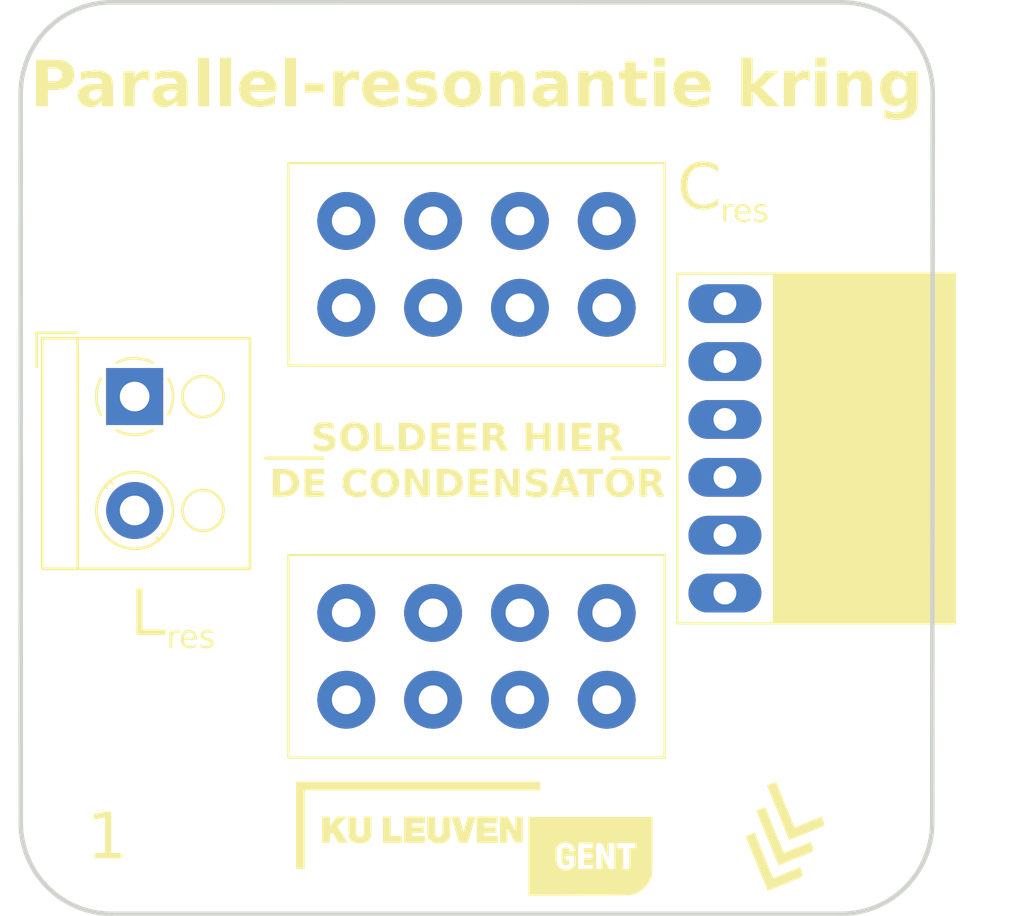
<source format=kicad_pcb>
(kicad_pcb (version 20221018) (generator pcbnew)
  (layers (0 "F.Cu" signal) (31 "B.Cu" signal) (34 "B.Paste" user) (35 "F.Paste" user) (36 "B.SilkS" user "B.Silkscreen") (37 "F.SilkS" user "F.Silkscreen") (38 "B.Mask" user) (39 "F.Mask" user) (44 "Edge.Cuts" user))
  (net 0 "")
  (net 1 "AC_1")
  (net 2 "AC_2")
  (footprint "TerminalBlock_RND:TerminalBlock_RND_205-00001_1x02_P5.00mm_Horizontal" (layer "F.Cu") (at 105 57.3 -90)
    (fp_text reference "J2")
    (fp_text value "Screw_Terminal_01x02")
    (fp_line (start -2.8 2.56) (end -2.8 4.3) (stroke (width 0.12)) (layer "F.SilkS"))
    (fp_line (start -2.8 4.3) (end -1.3 4.3) (stroke (width 0.12)) (layer "F.SilkS"))
    (fp_line (start -2.56 -5.06) (end -2.56 4.06) (stroke (width 0.12)) (layer "F.SilkS"))
    (fp_line (start -2.56 -5.06) (end 7.56 -5.06) (stroke (width 0.12)) (layer "F.SilkS"))
    (fp_line (start -2.56 2.5) (end 7.56 2.5) (stroke (width 0.12)) (layer "F.SilkS"))
    (fp_line (start -2.56 4.06) (end 7.56 4.06) (stroke (width 0.12)) (layer "F.SilkS"))
    (fp_line (start 3.82 0.976) (end 3.726 1.069) (stroke (width 0.12)) (layer "F.SilkS"))
    (fp_line (start 3.99 1.216) (end 3.931 1.274) (stroke (width 0.12)) (layer "F.SilkS"))
    (fp_line (start 6.07 -1.275) (end 6.011 -1.216) (stroke (width 0.12)) (layer "F.SilkS"))
    (fp_line (start 6.275 -1.069) (end 6.181 -0.976) (stroke (width 0.12)) (layer "F.SilkS"))
    (fp_line (start 7.56 -5.06) (end 7.56 4.06) (stroke (width 0.12)) (layer "F.SilkS"))
    (fp_arc (start -1.483953 0.789089) (mid -1.680708 0.00005) (end -1.484 -0.789) (stroke (width 0.12)) (layer "F.SilkS"))
    (fp_arc (start -0.789089 -1.483953) (mid -0.00005 -1.680708) (end 0.789 -1.484) (stroke (width 0.12)) (layer "F.SilkS"))
    (fp_arc (start 0.029383 1.68045) (mid -0.392304 1.634281) (end -0.789 1.484) (stroke (width 0.12)) (layer "F.SilkS"))
    (fp_arc (start 0.788712 1.483352) (mid 0.406429 1.630097) (end 0 1.68) (stroke (width 0.12)) (layer "F.SilkS"))
    (fp_arc (start 1.483953 -0.789089) (mid 1.680708 -0.00005) (end 1.484 0.789) (stroke (width 0.12)) (layer "F.SilkS"))
    (fp_circle (center 0 -3) (end 0.9 -3) (stroke (width 0.12)) (fill none) (layer "F.SilkS"))
    (fp_circle (center 5 -3) (end 5.9 -3) (stroke (width 0.12)) (fill none) (layer "F.SilkS"))
    (fp_circle (center 5 0) (end 6.68 0) (stroke (width 0.12)) (fill none) (layer "F.SilkS"))
    (pad "1" thru_hole rect (at 0 0 270) (size 2.5 2.5) (drill 1.3) (layers "*.Cu" "*.Mask") (net 1 "AC_1"))
    (pad "2" thru_hole circle (at 5 0 270) (size 2.5 2.5) (drill 1.3) (layers "*.Cu" "*.Mask") (net 2 "AC_2"))
  )
  (footprint "Library:Connector_Female_LLL" (layer "F.Cu") (at 131.15 59.53048 180)
    (fp_text reference "J1")
    (fp_text value "Conn_01x06_Socket")
    (fp_rect (start -9.6114 -7.72306) (end 2.3368 7.62146) (stroke (width 0.1)) (fill none) (layer "F.SilkS"))
    (fp_poly (pts (xy -9.84 -7.7216) (xy -9.84 7.62292) (xy -1.905 7.62292) (xy -1.905 -7.7216)) (stroke (width 0.1)) (fill solid) (layer "F.SilkS"))
    (pad "1" thru_hole oval (at 0.25 -6.39452 180) (size 3.2 1.7) (drill 1) (layers "*.Cu" "*.Mask") (net 2 "AC_2"))
    (pad "2" thru_hole oval (at 0.25 -3.85452 180) (size 3.2 1.7) (drill 1) (layers "*.Cu" "*.Mask") (net 2 "AC_2"))
    (pad "3" thru_hole oval (at 0.25 -1.31452 180) (size 3.2 1.7) (drill 1) (layers "*.Cu" "*.Mask") (net 2 "AC_2"))
    (pad "4" thru_hole oval (at 0.25 1.22548 180) (size 3.2 1.7) (drill 1) (layers "*.Cu" "*.Mask") (net 1 "AC_1"))
    (pad "5" thru_hole oval (at 0.25 3.76548 180) (size 3.2 1.7) (drill 1) (layers "*.Cu" "*.Mask") (net 1 "AC_1"))
    (pad "6" thru_hole oval (at 0.25 6.30548 180) (size 3.2 1.7) (drill 1) (layers "*.Cu" "*.Mask") (net 1 "AC_1"))
  )
  (footprint "Library:conn_2x04_LLL" (layer "F.Cu") (at 120 51.5)
    (fp_text reference "J3")
    (fp_text value "Conn_02x04_Counter_Clockwise")
    (fp_line (start -8.255 -4.445) (end -8.255 4.445) (stroke (width 0.1)) (layer "F.SilkS"))
    (fp_line (start -8.255 4.445) (end 8.255 4.445) (stroke (width 0.1)) (layer "F.SilkS"))
    (fp_line (start 8.255 -4.445) (end -8.255 -4.445) (stroke (width 0.1)) (layer "F.SilkS"))
    (fp_line (start 8.255 4.445) (end 8.255 -4.445) (stroke (width 0.1)) (layer "F.SilkS"))
    (pad "1" thru_hole circle (at -5.715 -1.905) (size 2.54 2.54) (drill 1.26) (layers "*.Cu" "*.Mask") (net 1 "AC_1"))
    (pad "2" thru_hole circle (at -1.905 -1.905) (size 2.54 2.54) (drill 1.26) (layers "*.Cu" "*.Mask") (net 1 "AC_1"))
    (pad "3" thru_hole circle (at 1.905 -1.905) (size 2.54 2.54) (drill 1.26) (layers "*.Cu" "*.Mask") (net 1 "AC_1"))
    (pad "4" thru_hole circle (at 5.715 -1.905) (size 2.54 2.54) (drill 1.26) (layers "*.Cu" "*.Mask") (net 1 "AC_1"))
    (pad "5" thru_hole circle (at -5.715 1.905) (size 2.54 2.54) (drill 1.26) (layers "*.Cu" "*.Mask") (net 1 "AC_1"))
    (pad "6" thru_hole circle (at -1.905 1.905) (size 2.54 2.54) (drill 1.26) (layers "*.Cu" "*.Mask") (net 1 "AC_1"))
    (pad "7" thru_hole circle (at 1.905 1.905) (size 2.54 2.54) (drill 1.26) (layers "*.Cu" "*.Mask") (net 1 "AC_1"))
    (pad "8" thru_hole circle (at 5.715 1.905) (size 2.54 2.54) (drill 1.26) (layers "*.Cu" "*.Mask") (net 1 "AC_1"))
  )
  (footprint "Library:conn_2x04_LLL" (layer "F.Cu") (at 120 68.7)
    (fp_text reference "J4")
    (fp_text value "Conn_02x04_Counter_Clockwise")
    (fp_line (start -8.255 -4.445) (end -8.255 4.445) (stroke (width 0.1)) (layer "F.SilkS"))
    (fp_line (start -8.255 4.445) (end 8.255 4.445) (stroke (width 0.1)) (layer "F.SilkS"))
    (fp_line (start 8.255 -4.445) (end -8.255 -4.445) (stroke (width 0.1)) (layer "F.SilkS"))
    (fp_line (start 8.255 4.445) (end 8.255 -4.445) (stroke (width 0.1)) (layer "F.SilkS"))
    (pad "1" thru_hole circle (at -5.715 -1.905) (size 2.54 2.54) (drill 1.26) (layers "*.Cu" "*.Mask") (net 2 "AC_2"))
    (pad "2" thru_hole circle (at -1.905 -1.905) (size 2.54 2.54) (drill 1.26) (layers "*.Cu" "*.Mask") (net 2 "AC_2"))
    (pad "3" thru_hole circle (at 1.905 -1.905) (size 2.54 2.54) (drill 1.26) (layers "*.Cu" "*.Mask") (net 2 "AC_2"))
    (pad "4" thru_hole circle (at 5.715 -1.905) (size 2.54 2.54) (drill 1.26) (layers "*.Cu" "*.Mask") (net 2 "AC_2"))
    (pad "5" thru_hole circle (at -5.715 1.905) (size 2.54 2.54) (drill 1.26) (layers "*.Cu" "*.Mask") (net 2 "AC_2"))
    (pad "6" thru_hole circle (at -1.905 1.905) (size 2.54 2.54) (drill 1.26) (layers "*.Cu" "*.Mask") (net 2 "AC_2"))
    (pad "7" thru_hole circle (at 1.905 1.905) (size 2.54 2.54) (drill 1.26) (layers "*.Cu" "*.Mask") (net 2 "AC_2"))
    (pad "8" thru_hole circle (at 5.715 1.905) (size 2.54 2.54) (drill 1.26) (layers "*.Cu" "*.Mask") (net 2 "AC_2"))
  )
  (footprint "Library:LLL_logo_kicad_small" (layer "F.Cu") (at 133.5 76.7)
    (fp_text reference "G***")
    (fp_text value "LOGO" hide)
    (fp_poly (pts (xy -0.359571 -2.497697) (xy -0.357537 -2.492742) (xy -0.354217 -2.48462) (xy -0.34965 -2.473424) (xy -0.343871 -2.459244) (xy -0.336919 -2.442173) (xy -0.32883 -2.422302) (xy -0.319641 -2.399723) (xy -0.309391 -2.374528) (xy -0.298116 -2.346808) (xy -0.285854 -2.316654) (xy -0.272642 -2.28416) (xy -0.258516 -2.249415) (xy -0.243515 -2.212512) (xy -0.227676 -2.173543) (xy -0.211035 -2.132599) (xy -0.193631 -2.089772) (xy -0.175499 -2.045154) (xy -0.156679 -1.998835) (xy -0.137206 -1.950909) (xy -0.117119 -1.901466) (xy -0.096454 -1.850599) (xy -0.075249 -1.798398) (xy -0.05354 -1.744956) (xy -0.031366 -1.690364) (xy -0.008764 -1.634714) (xy 0.01423 -1.578098) (xy 0.037578 -1.520607) (xy 0.048049 -1.494823) (xy 0.071541 -1.436975) (xy 0.094695 -1.379962) (xy 0.117473 -1.323875) (xy 0.139839 -1.268806) (xy 0.161755 -1.214847) (xy 0.183184 -1.162089) (xy 0.204088 -1.110624) (xy 0.224431 -1.060544) (xy 0.244175 -1.01194) (xy 0.263282 -0.964904) (xy 0.281717 -0.919527) (xy 0.299441 -0.875902) (xy 0.316417 -0.834119) (xy 0.332608 -0.794271) (xy 0.347977 -0.756448) (xy 0.362486 -0.720744) (xy 0.376098 -0.687249) (xy 0.388777 -0.656054) (xy 0.400484 -0.627253) (xy 0.411183 -0.600935) (xy 0.420836 -0.577194) (xy 0.429407 -0.55612) (xy 0.436857 -0.537805) (xy 0.443149 -0.522341) (xy 0.448247 -0.50982) (xy 0.452114 -0.500333) (xy 0.454711 -0.493971) (xy 0.456001 -0.490827) (xy 0.456146 -0.490486) (xy 0.457829 -0.491134) (xy 0.462737 -0.493107) (xy 0.470752 -0.496356) (xy 0.481753 -0.500832) (xy 0.495622 -0.506487) (xy 0.51224 -0.513271) (xy 0.531488 -0.521137) (xy 0.553246 -0.530035) (xy 0.577396 -0.539916) (xy 0.603818 -0.550732) (xy 0.632394 -0.562434) (xy 0.663004 -0.574973) (xy 0.695528 -0.5883) (xy 0.729849 -0.602367) (xy 0.765847 -0.617125) (xy 0.803403 -0.632524) (xy 0.842397 -0.648517) (xy 0.882711 -0.665055) (xy 0.924226 -0.682088) (xy 0.966822 -0.699568) (xy 1.010381 -0.717446) (xy 1.048468 -0.733081) (xy 1.092762 -0.75126) (xy 1.136199 -0.769078) (xy 1.178661 -0.786487) (xy 1.220028 -0.803437) (xy 1.260181 -0.81988) (xy 1.299001 -0.835767) (xy 1.336367 -0.85105) (xy 1.372162 -0.86568) (xy 1.406266 -0.879609) (xy 1.438559 -0.892788) (xy 1.468923 -0.905168) (xy 1.497237 -0.9167) (xy 1.523384 -0.927337) (xy 1.547243 -0.93703) (xy 1.568695 -0.945729) (xy 1.587621 -0.953387) (xy 1.603903 -0.959954) (xy 1.617419 -0.965383) (xy 1.628052 -0.969624) (xy 1.635682 -0.972629) (xy 1.64019 -0.97435) (xy 1.641479 -0.974765) (xy 1.642394 -0.97283) (xy 1.644534 -0.967862) (xy 1.647767 -0.960178) (xy 1.651965 -0.950097) (xy 1.656997 -0.937938) (xy 1.662732 -0.92402) (xy 1.669042 -0.908659) (xy 1.675794 -0.892176) (xy 1.68286 -0.874889) (xy 1.690109 -0.857115) (xy 1.697411 -0.839173) (xy 1.704636 -0.821382) (xy 1.711654 -0.804061) (xy 1.718334 -0.787527) (xy 1.724547 -0.772099) (xy 1.730162 -0.758096) (xy 1.735049 -0.745835) (xy 1.73521 -0.74543) (xy 1.74214 -0.727781) (xy 1.747748 -0.712956) (xy 1.752157 -0.700465) (xy 1.755489 -0.689818) (xy 1.757865 -0.680525) (xy 1.759407 -0.672096) (xy 1.760238 -0.66404) (xy 1.76048 -0.655866) (xy 1.760253 -0.647085) (xy 1.760158 -0.645122) (xy 1.757261 -0.623094) (xy 1.751028 -0.602044) (xy 1.741687 -0.582312) (xy 1.72946 -0.564243) (xy 1.714573 -0.548179) (xy 1.69725 -0.534463) (xy 1.681582 -0.525306) (xy 1.678716 -0.52403) (xy 1.672565 -0.521427) (xy 1.663198 -0.517524) (xy 1.65068 -0.512348) (xy 1.635079 -0.505927) (xy 1.616462 -0.498288) (xy 1.594898 -0.489459) (xy 1.570452 -0.479467) (xy 1.543192 -0.46834) (xy 1.513186 -0.456105) (xy 1.480501 -0.44279) (xy 1.445204 -0.428421) (xy 1.407362 -0.413027) (xy 1.367043 -0.396634) (xy 1.324314 -0.379271) (xy 1.279242 -0.360964) (xy 1.231894 -0.341741) (xy 1.182338 -0.32163) (xy 1.130642 -0.300658) (xy 1.123486 -0.297755) (xy 1.116449 -0.2949) (xy 1.106293 -0.290776) (xy 1.093248 -0.285478) (xy 1.077544 -0.279098) (xy 1.059411 -0.271731) (xy 1.039079 -0.263469) (xy 1.016777 -0.254407) (xy 0.992737 -0.244637) (xy 0.967187 -0.234254) (xy 0.940358 -0.22335) (xy 0.91248 -0.21202) (xy 0.883783 -0.200356) (xy 0.854496 -0.188453) (xy 0.824851 -0.176403) (xy 0.795076 -0.1643) (xy 0.765403 -0.152238) (xy 0.73606 -0.14031) (xy 0.707278 -0.12861) (xy 0.679287 -0.11723) (xy 0.652317 -0.106266) (xy 0.626598 -0.095809) (xy 0.60236 -0.085954) (xy 0.579833 -0.076794) (xy 0.559247 -0.068423) (xy 0.540831 -0.060934) (xy 0.532368 -0.057491) (xy 0.510854 -0.048743) (xy 0.488491 -0.039655) (xy 0.465543 -0.030334) (xy 0.44227 -0.020886) (xy 0.418936 -0.011416) (xy 0.395802 -0.002032) (xy 0.373131 0.007161) (xy 0.351184 0.016056) (xy 0.330226 0.024547) (xy 0.310516 0.032528) (xy 0.292319 0.039893) (xy 0.275895 0.046534) (xy 0.261508 0.052347) (xy 0.249419 0.057225) (xy 0.239891 0.061061) (xy 0.233186 0.063749) (xy 0.229567 0.065184) (xy 0.229552 0.065189) (xy 0.221392 0.068354) (xy 0.196636 0.007514) (xy 0.184328 -0.022737) (xy 0.173246 -0.049976) (xy 0.163253 -0.07454) (xy 0.154213 -0.096768) (xy 0.145989 -0.116995) (xy 0.138443 -0.135559) (xy 0.131439 -0.152797) (xy 0.124839 -0.169046) (xy 0.118507 -0.184643) (xy 0.112306 -0.199926) (xy 0.106099 -0.21523) (xy 0.099749 -0.230894) (xy 0.093119 -0.247254) (xy 0.090393 -0.253982) (xy 0.087414 -0.26133) (xy 0.083084 -0.272004) (xy 0.077413 -0.285983) (xy 0.070409 -0.303242) (xy 0.062082 -0.323759) (xy 0.052442 -0.347511) (xy 0.041497 -0.374475) (xy 0.029257 -0.404628) (xy 0.015731 -0.437946) (xy 0.00093 -0.474408) (xy -0.015139 -0.513989) (xy -0.032466 -0.556667) (xy -0.051041 -0.602419) (xy -0.070855 -0.651222) (xy -0.091899 -0.703053) (xy -0.114163 -0.757889) (xy -0.137638 -0.815707) (xy -0.162315 -0.876484) (xy -0.188185 -0.940198) (xy -0.215237 -1.006824) (xy -0.243463 -1.07634) (xy -0.272853 -1.148724) (xy -0.303399 -1.223951) (xy -0.33509 -1.302) (xy -0.367918 -1.382847) (xy -0.401873 -1.466469) (xy -0.436945 -1.552843) (xy -0.473126 -1.641946) (xy -0.510406 -1.733756) (xy -0.548776 -1.828249) (xy -0.588226 -1.925402) (xy -0.628747 -2.025193) (xy -0.67033 -2.127597) (xy -0.712965 -2.232594) (xy -0.722347 -2.255698) (xy -0.728937 -2.271954) (xy -0.735092 -2.287187) (xy -0.740681 -2.301071) (xy -0.745573 -2.313277) (xy -0.749638 -2.32348) (xy -0.752745 -2.331353) (xy -0.754764 -2.336569) (xy -0.755564 -2.338801) (xy -0.755572 -2.338852) (xy -0.753932 -2.339667) (xy -0.74919 -2.341731) (xy -0.741599 -2.34494) (xy -0.731411 -2.349191) (xy -0.718879 -2.354384) (xy -0.704255 -2.360414) (xy -0.687791 -2.36718) (xy -0.669739 -2.374579) (xy -0.650351 -2.382509) (xy -0.62988 -2.390867) (xy -0.608578 -2.399551) (xy -0.586698 -2.408458) (xy -0.564491 -2.417486) (xy -0.542209 -2.426533) (xy -0.520106 -2.435496) (xy -0.498433 -2.444272) (xy -0.477442 -2.452759) (xy -0.457386 -2.460856) (xy -0.438517 -2.468458) (xy -0.421087 -2.475464) (xy -0.405349 -2.481772) (xy -0.391554 -2.487278) (xy -0.379955 -2.491881) (xy -0.370804 -2.495478) (xy -0.364354 -2.497967) (xy -0.360856 -2.499245) (xy -0.360282 -2.499393)) (fill solid) (layer "F.SilkS"))
    (fp_poly (pts (xy -1.298956 -0.271694) (xy -1.296893 -0.266697) (xy -1.293545 -0.258532) (xy -1.28895 -0.247293) (xy -1.283144 -0.233071) (xy -1.276166 -0.215958) (xy -1.268052 -0.196046) (xy -1.25884 -0.173426) (xy -1.248567 -0.148191) (xy -1.23727 -0.120432) (xy -1.224987 -0.09024) (xy -1.211756 -0.057708) (xy -1.197612 -0.022928) (xy -1.182595 0.014009) (xy -1.16674 0.05301) (xy -1.150086 0.093985) (xy -1.132669 0.136841) (xy -1.114528 0.181487) (xy -1.095698 0.22783) (xy -1.076219 0.27578) (xy -1.056126 0.325243) (xy -1.035457 0.376129) (xy -1.014251 0.428345) (xy -0.992543 0.481799) (xy -0.970371 0.536401) (xy -0.947773 0.592058) (xy -0.924785 0.648678) (xy -0.901446 0.70617) (xy -0.891279 0.731215) (xy -0.867805 0.789045) (xy -0.844668 0.84604) (xy -0.821908 0.902108) (xy -0.79956 0.957158) (xy -0.777663 1.011097) (xy -0.756253 1.063835) (xy -0.735367 1.11528) (xy -0.715044 1.16534) (xy -0.69532 1.213923) (xy -0.676231 1.260937) (xy -0.657817 1.306292) (xy -0.640113 1.349894) (xy -0.623157 1.391654) (xy -0.606987 1.431478) (xy -0.591638 1.469276) (xy -0.57715 1.504955) (xy -0.563558 1.538424) (xy -0.5509 1.569592) (xy -0.539214 1.598366) (xy -0.528536 1.624655) (xy -0.518904 1.648367) (xy -0.510355 1.669411) (xy -0.502926 1.687695) (xy -0.496655 1.703127) (xy -0.491578 1.715616) (xy -0.487733 1.72507) (xy -0.485157 1.731397) (xy -0.483888 1.734505) (xy -0.483753 1.73483) (xy -0.48208 1.734177) (xy -0.477182 1.732199) (xy -0.469178 1.728946) (xy -0.458186 1.724465) (xy -0.444327 1.718806) (xy -0.427718 1.712017) (xy -0.408479 1.704148) (xy -0.38673 1.695246) (xy -0.362589 1.685362) (xy -0.336175 1.674543) (xy -0.307607 1.662838) (xy -0.277004 1.650296) (xy -0.244486 1.636966) (xy -0.210172 1.622898) (xy -0.17418 1.608138) (xy -0.136629 1.592737) (xy -0.09764 1.576743) (xy -0.05733 1.560205) (xy -0.015818 1.543171) (xy 0.026775 1.525691) (xy 0.070332 1.507813) (xy 0.108436 1.492171) (xy 0.152731 1.473992) (xy 0.196171 1.456174) (xy 0.238635 1.438765) (xy 0.280005 1.421816) (xy 0.320162 1.405373) (xy 0.358985 1.389486) (xy 0.396357 1.374203) (xy 0.432156 1.359574) (xy 0.466265 1.345646) (xy 0.498564 1.332468) (xy 0.528934 1.320088) (xy 0.557255 1.308556) (xy 0.583408 1.29792) (xy 0.607273 1.288228) (xy 0.628733 1.27953) (xy 0.647666 1.271873) (xy 0.663955 1.265307) (xy 0.677479 1.259879) (xy 0.68812 1.255639) (xy 0.695757 1.252635) (xy 0.700273 1.250916) (xy 0.701568 1.250502) (xy 0.702548 1.252471) (xy 0.704732 1.257409) (xy 0.707963 1.264937) (xy 0.712085 1.274675) (xy 0.716942 1.286244) (xy 0.722375 1.299263) (xy 0.72823 1.313352) (xy 0.734348 1.328133) (xy 0.740574 1.343225) (xy 0.746751 1.358248) (xy 0.752722 1.372823) (xy 0.758331 1.386569) (xy 0.763421 1.399108) (xy 0.767835 1.410058) (xy 0.771416 1.419041) (xy 0.774008 1.425676) (xy 0.775455 1.429584) (xy 0.775557 1.429891) (xy 0.777109 1.434267) (xy 0.779812 1.441415) (xy 0.783443 1.450768) (xy 0.787779 1.461753) (xy 0.792597 1.473801) (xy 0.796969 1.484612) (xy 0.803759 1.501539) (xy 0.809181 1.515711) (xy 0.813369 1.527661) (xy 0.816454 1.537926) (xy 0.818567 1.54704) (xy 0.819838 1.555538) (xy 0.820401 1.563955) (xy 0.820385 1.572826) (xy 0.820136 1.578933) (xy 0.818893 1.593973) (xy 0.816648 1.606841) (xy 0.813052 1.618922) (xy 0.807758 1.631599) (xy 0.805949 1.635394) (xy 0.79534 1.653287) (xy 0.781829 1.669803) (xy 0.766058 1.684283) (xy 0.748667 1.696068) (xy 0.744982 1.69808) (xy 0.741971 1.699462) (xy 0.735799 1.702121) (xy 0.726658 1.705981) (xy 0.714739 1.710962) (xy 0.700231 1.716986) (xy 0.683326 1.723974) (xy 0.664215 1.731848) (xy 0.643088 1.740529) (xy 0.620136 1.74994) (xy 0.59555 1.760001) (xy 0.569521 1.770634) (xy 0.54224 1.781761) (xy 0.513897 1.793303) (xy 0.484683 1.805182) (xy 0.47181 1.810411) (xy 0.420131 1.831396) (xy 0.370538 1.851533) (xy 0.32311 1.870792) (xy 0.277927 1.88914) (xy 0.235069 1.906544) (xy 0.194615 1.922971) (xy 0.156645 1.93839) (xy 0.12124 1.952769) (xy 0.088478 1.966074) (xy 0.05844 1.978273) (xy 0.031205 1.989335) (xy 0.006853 1.999225) (xy -0.014536 2.007913) (xy -0.032883 2.015366) (xy -0.048107 2.021551) (xy -0.060129 2.026436) (xy -0.067789 2.02955) (xy -0.074854 2.032422) (xy -0.08486 2.03649) (xy -0.097396 2.041587) (xy -0.112054 2.047547) (xy -0.128425 2.054203) (xy -0.1461 2.06139) (xy -0.16467 2.06894) (xy -0.183725 2.076688) (xy -0.197943 2.082469) (xy -0.22183 2.09218) (xy -0.247556 2.102637) (xy -0.274812 2.113714) (xy -0.30329 2.125287) (xy -0.332682 2.13723) (xy -0.362681 2.149418) (xy -0.392978 2.161726) (xy -0.423265 2.174029) (xy -0.453234 2.186201) (xy -0.482576 2.198118) (xy -0.510985 2.209655) (xy -0.538151 2.220686) (xy -0.563767 2.231086) (xy -0.587525 2.24073) (xy -0.609116 2.249493) (xy -0.628232 2.25725) (xy -0.644566 2.263875) (xy -0.655901 2.268471) (xy -0.669633 2.274011) (xy -0.68235 2.279091) (xy -0.693652 2.283556) (xy -0.703139 2.287249) (xy -0.710414 2.290016) (xy -0.715076 2.2917) (xy -0.716679 2.292165) (xy -0.71793 2.290532) (xy -0.720359 2.285839) (xy -0.723827 2.278394) (xy -0.728197 2.268505) (xy -0.733332 2.256481) (xy -0.739095 2.242628) (xy -0.742675 2.233866) (xy -0.754889 2.203789) (xy -0.767526 2.172673) (xy -0.78037 2.141047) (xy -0.793207 2.109441) (xy -0.805821 2.078384) (xy -0.817997 2.048407) (xy -0.82952 2.020039) (xy -0.840175 1.99381) (xy -0.849746 1.970249) (xy -0.852258 1.964067) (xy -0.855637 1.95575) (xy -0.860265 1.944354) (xy -0.866096 1.929997) (xy -0.873081 1.912798) (xy -0.881173 1.892872) (xy -0.890324 1.870338) (xy -0.900486 1.845313) (xy -0.911612 1.817915) (xy -0.923653 1.788262) (xy -0.936562 1.75647) (xy -0.950292 1.722658) (xy -0.964795 1.686942) (xy -0.980022 1.649441) (xy -0.995927 1.610273) (xy -1.012461 1.569553) (xy -1.029577 1.527401) (xy -1.047227 1.483934) (xy -1.065363 1.439268) (xy -1.083938 1.393523) (xy -1.102903 1.346815) (xy -1.122212 1.299261) (xy -1.141816 1.25098) (xy -1.161668 1.202088) (xy -1.181719 1.152704) (xy -1.201923 1.102945) (xy -1.222232 1.052929) (xy -1.242597 1.002772) (xy -1.262971 0.952593) (xy -1.283307 0.902509) (xy -1.303556 0.852638) (xy -1.323671 0.803097) (xy -1.343604 0.754004) (xy -1.363308 0.705476) (xy -1.382734 0.65763) (xy -1.401836 0.610585) (xy -1.420564 0.564458) (xy -1.438872 0.519366) (xy -1.456712 0.475427) (xy -1.474036 0.432759) (xy -1.490797 0.391478) (xy -1.506946 0.351704) (xy -1.522436 0.313552) (xy -1.537219 0.277141) (xy -1.551248 0.242588) (xy -1.564474 0.21001) (xy -1.576851 0.179526) (xy -1.588329 0.151253) (xy -1.598863 0.125308) (xy -1.608403 0.101809) (xy -1.616902 0.080873) (xy -1.624313 0.062618) (xy -1.630587 0.047161) (xy -1.635678 0.034621) (xy -1.639536 0.025114) (xy -1.642115 0.018758) (xy -1.643125 0.01627) (xy -1.649324 0.00098) (xy -1.656164 -0.01588) (xy -1.663208 -0.033238) (xy -1.670022 -0.050022) (xy -1.67617 -0.065157) (xy -1.679295 -0.072848) (xy -1.683886 -0.084224) (xy -1.687942 -0.094438) (xy -1.691289 -0.10303) (xy -1.693748 -0.109545) (xy -1.695143 -0.113522) (xy -1.695384 -0.114566) (xy -1.69333 -0.11554) (xy -1.688203 -0.117735) (xy -1.680255 -0.121051) (xy -1.66974 -0.125387) (xy -1.65691 -0.13064) (xy -1.642017 -0.13671) (xy -1.625314 -0.143495) (xy -1.607054 -0.150893) (xy -1.587489 -0.158803) (xy -1.566872 -0.167125) (xy -1.545456 -0.175755) (xy -1.523492 -0.184593) (xy -1.501235 -0.193538) (xy -1.478935 -0.202488) (xy -1.456847 -0.211341) (xy -1.435222 -0.219997) (xy -1.414314 -0.228353) (xy -1.394374 -0.236309) (xy -1.375656 -0.243762) (xy -1.358411 -0.250613) (xy -1.342894 -0.256758) (xy -1.329355 -0.262096) (xy -1.318049 -0.266527) (xy -1.309227 -0.269949) (xy -1.303142 -0.27226) (xy -1.300046 -0.273359) (xy -1.299697 -0.273434)) (fill solid) (layer "F.SilkS"))
    (fp_poly (pts (xy -0.830268 -1.384345) (xy -0.828167 -1.379391) (xy -0.824782 -1.371271) (xy -0.820149 -1.360076) (xy -0.814307 -1.345898) (xy -0.807292 -1.328828) (xy -0.799143 -1.308958) (xy -0.789896 -1.286381) (xy -0.779588 -1.261187) (xy -0.768258 -1.233468) (xy -0.755943 -1.203317) (xy -0.742679 -1.170824) (xy -0.728505 -1.136082) (xy -0.713458 -1.099182) (xy -0.697575 -1.060216) (xy -0.680893 -1.019276) (xy -0.663451 -0.976453) (xy -0.645285 -0.931839) (xy -0.626432 -0.885526) (xy -0.606931 -0.837606) (xy -0.586818 -0.78817) (xy -0.566131 -0.73731) (xy -0.544908 -0.685118) (xy -0.523185 -0.631686) (xy -0.501 -0.577105) (xy -0.478391 -0.521466) (xy -0.455395 -0.464862) (xy -0.432049 -0.407385) (xy -0.421937 -0.382486) (xy -0.398454 -0.324662) (xy -0.375308 -0.267671) (xy -0.352535 -0.211605) (xy -0.330174 -0.156556) (xy -0.308261 -0.102616) (xy -0.286834 -0.049875) (xy -0.265931 0.001573) (xy -0.245587 0.051638) (xy -0.225842 0.100227) (xy -0.206732 0.147249) (xy -0.188294 0.192612) (xy -0.170565 0.236224) (xy -0.153584 0.277993) (xy -0.137387 0.317828) (xy -0.122012 0.355638) (xy -0.107496 0.391329) (xy -0.093876 0.424811) (xy -0.081189 0.455992) (xy -0.069473 0.48478) (xy -0.058766 0.511083) (xy -0.049104 0.53481) (xy -0.040525 0.555868) (xy -0.033066 0.574166) (xy -0.026764 0.589613) (xy -0.021657 0.602116) (xy -0.017782 0.611583) (xy -0.015176 0.617924) (xy -0.013877 0.621046) (xy -0.01373 0.621376) (xy -0.012009 0.620766) (xy -0.007063 0.61883) (xy 0.000989 0.615618) (xy 0.012026 0.611176) (xy 0.02593 0.605556) (xy 0.042582 0.598804) (xy 0.061862 0.59097) (xy 0.083651 0.582102) (xy 0.107829 0.57225) (xy 0.134279 0.561462) (xy 0.162879 0.549786) (xy 0.193511 0.537271) (xy 0.226055 0.523967) (xy 0.260393 0.509921) (xy 0.296405 0.495183) (xy 0.333972 0.479801) (xy 0.372974 0.463824) (xy 0.413293 0.4473) (xy 0.454808 0.430279) (xy 0.497401 0.412809) (xy 0.540952 0.394938) (xy 0.578452 0.379545) (xy 0.628502 0.359003) (xy 0.676918 0.339145) (xy 0.723613 0.320006) (xy 0.768501 0.30162) (xy 0.811496 0.284024) (xy 0.85251 0.267252) (xy 0.891457 0.25134) (xy 0.92825 0.236322) (xy 0.962804 0.222234) (xy 0.995031 0.209112) (xy 1.024845 0.19699) (xy 1.052159 0.185903) (xy 1.076887 0.175888) (xy 1.098943 0.166978) (xy 1.118239 0.159209) (xy 1.134689 0.152617) (xy 1.148207 0.147236) (xy 1.158706 0.143102) (xy 1.166099 0.14025) (xy 1.170301 0.138715) (xy 1.171303 0.138448) (xy 1.172315 0.140428) (xy 1.174534 0.145374) (xy 1.177803 0.152907) (xy 1.181963 0.162645) (xy 1.186857 0.174208) (xy 1.192326 0.187215) (xy 1.198213 0.201285) (xy 1.20436 0.216037) (xy 1.210609 0.231091) (xy 1.216802 0.246065) (xy 1.222781 0.26058) (xy 1.228387 0.274254) (xy 1.233464 0.286707) (xy 1.237853 0.297558) (xy 1.241396 0.306425) (xy 1.243934 0.31293) (xy 1.245311 0.316689) (xy 1.245481 0.317252) (xy 1.246506 0.320315) (xy 1.24871 0.326233) (xy 1.251904 0.334516) (xy 1.255896 0.344676) (xy 1.260496 0.35622) (xy 1.265511 0.368661) (xy 1.265922 0.369675) (xy 1.27287 0.38702) (xy 1.278453 0.401582) (xy 1.282799 0.41387) (xy 1.286035 0.424393) (xy 1.28829 0.433662) (xy 1.289691 0.442185) (xy 1.290366 0.450472) (xy 1.290442 0.459033) (xy 1.290165 0.466304) (xy 1.288871 0.481472) (xy 1.286527 0.494481) (xy 1.282782 0.506721) (xy 1.277287 0.519581) (xy 1.276146 0.521943) (xy 1.265502 0.540013) (xy 1.252181 0.556611) (xy 1.23678 0.571124) (xy 1.219897 0.582942) (xy 1.212652 0.586883) (xy 1.209156 0.588472) (xy 1.202594 0.591296) (xy 1.193252 0.595237) (xy 1.181418 0.600176) (xy 1.167378 0.605995) (xy 1.151418 0.612575) (xy 1.133825 0.619798) (xy 1.114886 0.627546) (xy 1.094887 0.6357) (xy 1.074114 0.644141) (xy 1.071966 0.645013) (xy 1.047937 0.654759) (xy 1.022238 0.665184) (xy 0.995477 0.676041) (xy 0.96826 0.687083) (xy 0.941194 0.698065) (xy 0.914885 0.708741) (xy 0.88994 0.718864) (xy 0.866965 0.728189) (xy 0.846566 0.736469) (xy 0.841484 0.738532) (xy 0.82155 0.746624) (xy 0.801179 0.754894) (xy 0.780871 0.763138) (xy 0.761131 0.771152) (xy 0.742458 0.778732) (xy 0.725356 0.785675) (xy 0.710326 0.791776) (xy 0.697871 0.796832) (xy 0.692349 0.799074) (xy 0.68509 0.802021) (xy 0.674711 0.806237) (xy 0.661442 0.811627) (xy 0.645512 0.818099) (xy 0.627152 0.825559) (xy 0.606589 0.833913) (xy 0.584055 0.843069) (xy 0.559779 0.852934) (xy 0.533989 0.863413) (xy 0.506917 0.874415) (xy 0.478791 0.885844) (xy 0.449841 0.897609) (xy 0.420296 0.909616) (xy 0.390386 0.921771) (xy 0.388655 0.922474) (xy 0.341643 0.94158) (xy 0.297836 0.959383) (xy 0.257093 0.975941) (xy 0.219269 0.991313) (xy 0.184222 1.005556) (xy 0.151808 1.018728) (xy 0.121885 1.030889) (xy 0.094308 1.042095) (xy 0.068935 1.052406) (xy 0.045623 1.061879) (xy 0.024228 1.070572) (xy 0.004607 1.078544) (xy -0.013383 1.085853) (xy -0.029885 1.092557) (xy -0.045042 1.098715) (xy -0.058998 1.104384) (xy -0.071896 1.109622) (xy -0.083879 1.114488) (xy -0.09509 1.11904) (xy -0.105672 1.123337) (xy -0.115769 1.127435) (xy -0.125524 1.131395) (xy -0.13508 1.135272) (xy -0.14458 1.139127) (xy -0.154167 1.143017) (xy -0.161789 1.146109) (xy -0.178053 1.152699) (xy -0.193344 1.158882) (xy -0.207328 1.164523) (xy -0.219666 1.169486) (xy -0.230024 1.173636) (xy -0.238065 1.176838) (xy -0.243452 1.178958) (xy -0.245849 1.17986) (xy -0.245895 1.179874) (xy -0.247065 1.179318) (xy -0.248774 1.176943) (xy -0.251151 1.172477) (xy -0.254326 1.165644) (xy -0.258427 1.156171) (xy -0.263584 1.143783) (xy -0.267951 1.133082) (xy -0.272609 1.121609) (xy -0.278397 1.107361) (xy -0.285082 1.09091) (xy -0.292432 1.07283) (xy -0.300213 1.053694) (xy -0.308192 1.034075) (xy -0.316137 1.014546) (xy -0.323299 0.996947) (xy -0.331599 0.976545) (xy -0.340644 0.954302) (xy -0.350113 0.931005) (xy -0.359687 0.907439) (xy -0.369048 0.884389) (xy -0.377876 0.862641) (xy -0.385852 0.842981) (xy -0.390124 0.832446) (xy -0.392678 0.826146) (xy -0.39655 0.816603) (xy -0.401696 0.803923) (xy -0.408072 0.788213) (xy -0.415635 0.769578) (xy -0.424342 0.748127) (xy -0.434151 0.723964) (xy -0.445016 0.697197) (xy -0.456896 0.667932) (xy -0.469748 0.636276) (xy -0.483527 0.602335) (xy -0.498191 0.566215) (xy -0.513696 0.528023) (xy -0.529999 0.487865) (xy -0.547058 0.445849) (xy -0.564828 0.40208) (xy -0.583267 0.356665) (xy -0.602331 0.30971) (xy -0.621977 0.261322) (xy -0.642162 0.211607) (xy -0.662842 0.160672) (xy -0.683975 0.108624) (xy -0.705517 0.055568) (xy -0.727425 0.001611) (xy -0.749656 -0.053139) (xy -0.772166 -0.108578) (xy -0.794506 -0.163597) (xy -0.817231 -0.219566) (xy -0.839714 -0.274935) (xy -0.861909 -0.329599) (xy -0.883776 -0.383451) (xy -0.90527 -0.436387) (xy -0.926348 -0.488299) (xy -0.946969 -0.539083) (xy -0.967088 -0.588633) (xy -0.986663 -0.636842) (xy -1.005651 -0.683606) (xy -1.024009 -0.728818) (xy -1.041693 -0.772372) (xy -1.058662 -0.814163) (xy -1.074872 -0.854085) (xy -1.09028 -0.892032) (xy -1.104843 -0.927899) (xy -1.118518 -0.961579) (xy -1.131263 -0.992966) (xy -1.143034 -1.021956) (xy -1.153788 -1.048442) (xy -1.163483 -1.072319) (xy -1.172075 -1.09348) (xy -1.179521 -1.11182) (xy -1.18578 -1.127234) (xy -1.190806 -1.139614) (xy -1.194559 -1.148857) (xy -1.196991 -1.154846) (xy -1.203094 -1.169946) (xy -1.208717 -1.183993) (xy -1.213726 -1.196637) (xy -1.217984 -1.207529) (xy -1.221356 -1.216321) (xy -1.223705 -1.222663) (xy -1.224896 -1.226206) (xy -1.225005 -1.226839) (xy -1.223144 -1.227724) (xy -1.218191 -1.229848) (xy -1.2104 -1.233108) (xy -1.200025 -1.237402) (xy -1.187319 -1.242627) (xy -1.172537 -1.248681) (xy -1.155932 -1.255461) (xy -1.137757 -1.262866) (xy -1.118266 -1.270791) (xy -1.097713 -1.279135) (xy -1.076351 -1.287796) (xy -1.054434 -1.29667) (xy -1.032216 -1.305656) (xy -1.009951 -1.31465) (xy -0.987891 -1.323551) (xy -0.966291 -1.332256) (xy -0.945404 -1.340662) (xy -0.925484 -1.348666) (xy -0.906785 -1.356167) (xy -0.88956 -1.363062) (xy -0.874062 -1.369248) (xy -0.860547 -1.374623) (xy -0.849266 -1.379085) (xy -0.840474 -1.38253) (xy -0.834424 -1.384856) (xy -0.831371 -1.385962) (xy -0.831047 -1.38604)) (fill solid) (layer "F.SilkS"))
  )
  (footprint "Library:KUL_Gent_logo_kicad_small" (layer "F.Cu") (at 119.9 76.7)
    (fp_text reference "G***")
    (fp_text value "LOGO" hide)
    (fp_poly (pts (xy -3.662696 -0.54554) (xy -3.662696 -0.11967) (xy -3.421834 -0.117562) (xy -3.180972 -0.115455) (xy -3.178805 0.03384) (xy -3.176639 0.183134) (xy -3.590859 0.183134) (xy -4.005078 0.183134) (xy -4.005078 -0.394138) (xy -4.005078 -0.971411) (xy -3.833887 -0.971411) (xy -3.662696 -0.971411)) (fill solid) (layer "F.SilkS"))
    (fp_poly (pts (xy 2.898307 -2.309091) (xy 2.898307 -2.117994) (xy -2.269279 -2.117994) (xy -7.436865 -2.117994) (xy -7.436865 -0.394138) (xy -7.436865 1.329717) (xy -7.627962 1.329717) (xy -7.819059 1.329717) (xy -7.819059 -0.585236) (xy -7.819059 -2.500188) (xy -2.460376 -2.500188) (xy 2.898307 -2.500188)) (fill solid) (layer "F.SilkS"))
    (fp_poly (pts (xy 1.968793 -0.969585) (xy 2.129937 -0.96743) (xy 2.129937 -0.394138) (xy 2.129937 0.179153) (xy 1.962766 0.179153) (xy 1.795594 0.179153) (xy 1.628346 -0.12866) (xy 1.461097 -0.436474) (xy 1.457116 -0.12866) (xy 1.453135 0.179153) (xy 1.291897 0.181309) (xy 1.130658 0.183464) (xy 1.130658 -0.393973) (xy 1.130658 -0.971411) (xy 1.305092 -0.971411) (xy 1.479526 -0.971411) (xy 1.641503 -0.663844) (xy 1.80348 -0.356277) (xy 1.805564 -0.664009) (xy 1.807648 -0.97174)) (fill solid) (layer "F.SilkS"))
    (fp_poly (pts (xy -2.617633 -0.969486) (xy -2.161787 -0.96743) (xy -2.159617 -0.822116) (xy -2.157446 -0.676803) (xy -2.444272 -0.676803) (xy -2.731097 -0.676803) (xy -2.731097 -0.605141) (xy -2.731097 -0.53348) (xy -2.47232 -0.53348) (xy -2.213542 -0.53348) (xy -2.213542 -0.394138) (xy -2.213542 -0.254797) (xy -2.47232 -0.254797) (xy -2.731097 -0.254797) (xy -2.731097 -0.187215) (xy -2.731097 -0.119632) (xy -2.43848 -0.117544) (xy -2.145862 -0.115455) (xy -2.145862 0.031849) (xy -2.145862 0.179153) (xy -2.609671 0.181208) (xy -3.07348 0.183263) (xy -3.07348 -0.394139) (xy -3.07348 -0.971541)) (fill solid) (layer "F.SilkS"))
    (fp_poly (pts (xy 1.027147 -0.824107) (xy 1.027147 -0.676803) (xy 0.740502 -0.676803) (xy 0.453856 -0.676803) (xy 0.453856 -0.605141) (xy 0.453856 -0.53348) (xy 0.712633 -0.53348) (xy 0.971411 -0.53348) (xy 0.971411 -0.394138) (xy 0.971411 -0.254797) (xy 0.712633 -0.254797) (xy 0.453856 -0.254797) (xy 0.453856 -0.187215) (xy 0.453856 -0.119632) (xy 0.746473 -0.117544) (xy 1.039091 -0.115455) (xy 1.041257 0.03384) (xy 1.043424 0.183134) (xy 0.577448 0.183134) (xy 0.111473 0.183134) (xy 0.111473 -0.394138) (xy 0.111473 -0.971411) (xy 0.56931 -0.971411) (xy 1.027147 -0.971411)) (fill solid) (layer "F.SilkS"))
    (fp_poly (pts (xy 0.020703 -0.970087) (xy 0.041791 -0.969086) (xy 0.054515 -0.967283) (xy 0.060764 -0.964548) (xy 0.062426 -0.960751) (xy 0.061937 -0.957632) (xy 0.059082 -0.947881) (xy 0.051991 -0.924112) (xy 0.041031 -0.887553) (xy 0.026573 -0.839431) (xy 0.008985 -0.780973) (xy -0.011362 -0.713405) (xy -0.034101 -0.637953) (xy -0.05886 -0.555846) (xy -0.085272 -0.46831) (xy -0.11187 -0.380204) (xy -0.281977 0.183134) (xy -0.473698 0.183134) (xy -0.665419 0.183134) (xy -0.830358 -0.388244) (xy -0.856941 -0.480412) (xy -0.882198 -0.568132) (xy -0.905784 -0.650205) (xy -0.927357 -0.725428) (xy -0.946573 -0.792599) (xy -0.96309 -0.850518) (xy -0.976564 -0.897983) (xy -0.986651 -0.933791) (xy -0.99301 -0.956742) (xy -0.995296 -0.965635) (xy -0.995298 -0.965672) (xy -0.987718 -0.967346) (xy -0.966504 -0.968647) (xy -0.933943 -0.969524) (xy -0.892321 -0.969924) (xy -0.843925 -0.969796) (xy -0.822415 -0.969576) (xy -0.649531 -0.96743) (xy -0.560491 -0.626546) (xy -0.541905 -0.55559) (xy -0.524495 -0.489494) (xy -0.50868 -0.429828) (xy -0.494881 -0.378164) (xy -0.483519 -0.336072) (xy -0.475016 -0.305122) (xy -0.469791 -0.286885) (xy -0.468296 -0.282508) (xy -0.465738 -0.289301) (xy -0.459674 -0.310002) (xy -0.450516 -0.343082) (xy -0.438672 -0.387011) (xy -0.424551 -0.440261) (xy -0.408563 -0.501303) (xy -0.391116 -0.568609) (xy -0.377036 -0.623392) (xy -0.288929 -0.96743) (xy -0.111646 -0.969575) (xy -0.054126 -0.970201) (xy -0.01064 -0.970415)) (fill solid) (layer "F.SilkS"))
    (fp_poly (pts (xy -6.32824 -0.772574) (xy -6.326113 -0.573738) (xy -6.17542 -0.76938) (xy -6.137869 -0.817883) (xy -6.103178 -0.862221) (xy -6.072596 -0.900833) (xy -6.04737 -0.932161) (xy -6.02875 -0.954646) (xy -6.017985 -0.966728) (xy -6.016041 -0.968355) (xy -6.006004 -0.969178) (xy -5.982269 -0.969764) (xy -5.94706 -0.970098) (xy -5.902603 -0.970169) (xy -5.851122 -0.969964) (xy -5.803015 -0.969559) (xy -5.598674 -0.96743) (xy -5.797792 -0.745864) (xy -5.846307 -0.691484) (xy -5.889484 -0.6423) (xy -5.926387 -0.59943) (xy -5.956077 -0.563987) (xy -5.977617 -0.537089) (xy -5.990071 -0.519851) (xy -5.992835 -0.51368) (xy -5.987735 -0.505144) (xy -5.974643 -0.484671) (xy -5.954417 -0.453564) (xy -5.927912 -0.413126) (xy -5.895985 -0.36466) (xy -5.859495 -0.309469) (xy -5.819296 -0.248855) (xy -5.776247 -0.184123) (xy -5.766784 -0.169917) (xy -5.723196 -0.10448) (xy -5.68221 -0.042909) (xy -5.644688 0.013495) (xy -5.611497 0.063429) (xy -5.583499 0.105594) (xy -5.561559 0.138689) (xy -5.546543 0.161412) (xy -5.539313 0.172462) (xy -5.538862 0.173181) (xy -5.540118 0.17626) (xy -5.548942 0.178669) (xy -5.566758 0.180477) (xy -5.594991 0.181751) (xy -5.635064 0.182558) (xy -5.688402 0.182967) (xy -5.74638 0.183051) (xy -5.959843 0.182968) (xy -6.095204 -0.039589) (xy -6.127882 -0.093041) (xy -6.158003 -0.141781) (xy -6.184564 -0.184228) (xy -6.206562 -0.218798) (xy -6.222993 -0.243911) (xy -6.232855 -0.257982) (xy -6.235258 -0.260462) (xy -6.24234 -0.254121) (xy -6.257165 -0.23867) (xy -6.276999 -0.216991) (xy -6.285023 -0.208008) (xy -6.330094 -0.157239) (xy -6.330094 0.012948) (xy -6.330094 0.183134) (xy -6.501285 0.183134) (xy -6.672476 0.183134) (xy -6.672476 -0.394138) (xy -6.672476 -0.971411) (xy -6.501422 -0.971411) (xy -6.330367 -0.971411)) (fill solid) (layer "F.SilkS"))
    (fp_poly (pts (xy -5.17398 -0.587226) (xy -5.173385 -0.498402) (xy -5.172774 -0.424063) (xy -5.172088 -0.362768) (xy -5.171266 -0.313077) (xy -5.17025 -0.273549) (xy -5.168981 -0.242745) (xy -5.167399 -0.219223) (xy -5.165444 -0.201544) (xy -5.163058 -0.188268) (xy -5.16018 -0.177954) (xy -5.156757 -0.169171) (xy -5.131251 -0.129278) (xy -5.095484 -0.100777) (xy -5.051161 -0.084551) (xy -4.999987 -0.081487) (xy -4.989655 -0.082463) (xy -4.942418 -0.093996) (xy -4.905872 -0.116632) (xy -4.879273 -0.151129) (xy -4.861879 -0.19825) (xy -4.857879 -0.21758) (xy -4.855554 -0.239622) (xy -4.853551 -0.276632) (xy -4.851893 -0.327656) (xy -4.850599 -0.391741) (xy -4.849691 -0.467932) (xy -4.849189 -0.555276) (xy -4.849091 -0.619728) (xy -4.849091 -0.971411) (xy -4.6779 -0.971411) (xy -4.506708 -0.971411) (xy -4.506708 -0.581955) (xy -4.5068 -0.487269) (xy -4.507101 -0.407087) (xy -4.507646 -0.339989) (xy -4.508475 -0.284557) (xy -4.509624 -0.239369) (xy -4.51113 -0.203007) (xy -4.51303 -0.17405) (xy -4.515362 -0.151079) (xy -4.518162 -0.132674) (xy -4.518522 -0.130754) (xy -4.540514 -0.051022) (xy -4.573996 0.017754) (xy -4.61918 0.075803) (xy -4.676277 0.123353) (xy -4.745499 0.160632) (xy -4.809336 0.183097) (xy -4.852544 0.192259) (xy -4.906771 0.199028) (xy -4.967266 0.203231) (xy -5.029278 0.204694) (xy -5.088057 0.203243) (xy -5.138851 0.198704) (xy -5.156756 0.195816) (xy -5.242036 0.174179) (xy -5.314434 0.144029) (xy -5.374913 0.104721) (xy -5.424437 0.055609) (xy -5.46397 -0.003953) (xy -5.46877 -0.013178) (xy -5.47918 -0.034607) (xy -5.488013 -0.05534) (xy -5.495398 -0.076853) (xy -5.501463 -0.100621) (xy -5.506338 -0.128119) (xy -5.510151 -0.160821) (xy -5.51303 -0.200202) (xy -5.515105 -0.247738) (xy -5.516503 -0.304904) (xy -5.517353 -0.373173) (xy -5.517785 -0.454022) (xy -5.517926 -0.548924) (xy -5.517931 -0.576937) (xy -5.517931 -0.971411) (xy -5.347162 -0.971411) (xy -5.176393 -0.971411)) (fill solid) (layer "F.SilkS"))
    (fp_poly (pts (xy -1.044998 -0.559358) (xy -1.045692 -0.465926) (xy -1.046414 -0.387005) (xy -1.047215 -0.321179) (xy -1.048145 -0.267034) (xy -1.049257 -0.223155) (xy -1.050601 -0.188128) (xy -1.052228 -0.160539) (xy -1.05419 -0.138971) (xy -1.056538 -0.122011) (xy -1.059323 -0.108245) (xy -1.061622 -0.09953) (xy -1.090367 -0.022165) (xy -1.128766 0.042779) (xy -1.177649 0.096138) (xy -1.237844 0.138747) (xy -1.310181 0.17144) (xy -1.340375 0.181246) (xy -1.388497 0.191924) (xy -1.447551 0.199569) (xy -1.512803 0.204007) (xy -1.57952 0.205065) (xy -1.642967 0.202571) (xy -1.698412 0.196352) (xy -1.707931 0.194682) (xy -1.7827 0.174671) (xy -1.851343 0.144653) (xy -1.911246 0.106152) (xy -1.959798 0.060693) (xy -1.97825 0.036927) (xy -1.995612 0.010098) (xy -2.010489 -0.017132) (xy -2.023055 -0.046162) (xy -2.033482 -0.078392) (xy -2.041943 -0.115221) (xy -2.048612 -0.15805) (xy -2.053663 -0.208279) (xy -2.057267 -0.267307) (xy -2.059599 -0.336535) (xy -2.060831 -0.417362) (xy -2.061137 -0.511189) (xy -2.06069 -0.619415) (xy -2.060625 -0.629029) (xy -2.058276 -0.96743) (xy -1.887085 -0.96743) (xy -1.715893 -0.96743) (xy -1.711912 -0.581254) (xy -1.710985 -0.492854) (xy -1.710136 -0.418942) (xy -1.709291 -0.358082) (xy -1.708375 -0.308839) (xy -1.707316 -0.269778) (xy -1.706037 -0.239462) (xy -1.704465 -0.216457) (xy -1.702526 -0.199325) (xy -1.700146 -0.186632) (xy -1.69725 -0.176942) (xy -1.693764 -0.168819) (xy -1.690238 -0.161991) (xy -1.660888 -0.122386) (xy -1.622561 -0.095702) (xy -1.576178 -0.082386) (xy -1.526238 -0.082437) (xy -1.482069 -0.092933) (xy -1.447606 -0.113542) (xy -1.421933 -0.145416) (xy -1.404129 -0.189704) (xy -1.393277 -0.247559) (xy -1.393075 -0.249297) (xy -1.391426 -0.271653) (xy -1.3899 -0.307806) (xy -1.388537 -0.355626) (xy -1.387378 -0.412984) (xy -1.386465 -0.477753) (xy -1.385837 -0.547803) (xy -1.385535 -0.621006) (xy -1.385515 -0.642963) (xy -1.385454 -0.971411) (xy -1.213806 -0.971411) (xy -1.042158 -0.971411)) (fill solid) (layer "F.SilkS"))
    (fp_poly (pts (xy 7.81906 0.265696) (xy 7.819066 0.433108) (xy 7.819067 0.585391) (xy 7.819037 0.723341) (xy 7.818949 0.847755) (xy 7.818776 0.95943) (xy 7.818491 1.05916) (xy 7.818068 1.147743) (xy 7.817481 1.225974) (xy 7.816702 1.29465) (xy 7.815706 1.354566) (xy 7.814465 1.40652) (xy 7.812952 1.451307) (xy 7.811143 1.489724) (xy 7.809008 1.522566) (xy 7.806523 1.550629) (xy 7.80366 1.574711) (xy 7.800394 1.595607) (xy 7.796696 1.614113) (xy 7.792541 1.631026) (xy 7.787902 1.647141) (xy 7.782752 1.663255) (xy 7.777065 1.680164) (xy 7.771199 1.697513) (xy 7.725582 1.810785) (xy 7.666487 1.92055) (xy 7.59552 2.025065) (xy 7.514289 2.122587) (xy 7.424401 2.211374) (xy 7.327462 2.289684) (xy 7.225079 2.355775) (xy 7.118859 2.407904) (xy 7.114342 2.40976) (xy 7.068734 2.42785) (xy 7.028112 2.442474) (xy 6.989857 2.454068) (xy 6.951351 2.463064) (xy 6.909977 2.469896) (xy 6.863117 2.474996) (xy 6.808153 2.478798) (xy 6.742467 2.481736) (xy 6.664514 2.484212) (xy 6.635487 2.484824) (xy 6.59131 2.485461) (xy 6.532761 2.48612) (xy 6.460615 2.486796) (xy 6.375648 2.487486) (xy 6.278635 2.488186) (xy 6.170354 2.488891) (xy 6.051579 2.489597) (xy 5.923087 2.4903) (xy 5.785654 2.490997) (xy 5.640055 2.491684) (xy 5.487066 2.492355) (xy 5.327464 2.493007) (xy 5.162025 2.493637) (xy 4.991524 2.49424) (xy 4.816736 2.494812) (xy 4.638439 2.495349) (xy 4.457408 2.495846) (xy 4.405188 2.495981) (xy 2.380752 2.501128) (xy 2.380752 0.791859) (xy 3.615918 0.791859) (xy 3.615992 0.864562) (xy 3.616858 0.924932) (xy 3.618688 0.974762) (xy 3.621652 1.015845) (xy 3.625921 1.049974) (xy 3.631665 1.078941) (xy 3.639056 1.104538) (xy 3.648264 1.12856) (xy 3.659023 1.151906) (xy 3.697264 1.212484) (xy 3.747466 1.264462) (xy 3.807191 1.306046) (xy 3.874002 1.33544) (xy 3.925455 1.348104) (xy 3.952691 1.3508) (xy 3.990833 1.352194) (xy 4.034921 1.352353) (xy 4.079995 1.351346) (xy 4.121096 1.34924) (xy 4.153263 1.346103) (xy 4.160873 1.34489) (xy 4.2273 1.325486) (xy 4.288118 1.292351) (xy 4.345248 1.24444) (xy 4.345419 1.244269) (xy 4.395235 1.194652) (xy 4.395235 0.971558) (xy 4.395235 0.748464) (xy 4.200157 0.748464) (xy 4.005078 0.748464) (xy 4.005078 0.828087) (xy 4.005078 0.907711) (xy 4.084702 0.907711) (xy 4.164326 0.907711) (xy 4.164326 1.011222) (xy 4.164084 1.054443) (xy 4.163105 1.084681) (xy 4.161008 1.104873) (xy 4.157412 1.117956) (xy 4.151938 1.126867) (xy 4.148918 1.130141) (xy 4.121145 1.147477) (xy 4.07936 1.158228) (xy 4.024107 1.162261) (xy 4.017022 1.162288) (xy 3.960121 1.156621) (xy 3.914193 1.13961) (xy 3.878591 1.1108) (xy 3.852667 1.069738) (xy 3.841496 1.039054) (xy 3.837909 1.024281) (xy 3.835126 1.006294) (xy 3.833081 0.983211) (xy 3.831711 0.953148) (xy 3.83095 0.914222) (xy 3.830735 0.864549) (xy 3.831001 0.802246) (xy 3.831475 0.74632) (xy 3.833887 0.496358) (xy 3.858101 0.457191) (xy 3.890245 0.41963) (xy 3.932041 0.392733) (xy 3.980386 0.377626) (xy 4.032179 0.375436) (xy 4.066425 0.381527) (xy 4.109486 0.399751) (xy 4.141767 0.428698) (xy 4.163975 0.469255) (xy 4.176416 0.519545) (xy 4.182059 0.557366) (xy 4.288897 0.557366) (xy 4.33515 0.557209) (xy 4.36757 0.555827) (xy 4.388246 0.551856) (xy 4.399271 0.543929) (xy 4.402734 0.530682) (xy 4.400726 0.510749) (xy 4.396229 0.487272) (xy 4.374371 0.416406) (xy 4.339173 0.352082) (xy 4.292351 0.295653) (xy 4.235624 0.248476) (xy 4.170705 0.211905) (xy 4.15601 0.206839) (xy 4.562445 0.206839) (xy 4.562445 0.768278) (xy 4.562445 1.329717) (xy 4.880941 1.329717) (xy 5.199436 1.329717) (xy 5.350614 1.329717) (xy 5.466122 1.329717) (xy 5.58163 1.329717) (xy 5.58163 0.982884) (xy 5.581774 0.910474) (xy 5.582185 0.843369) (xy 5.582834 0.783158) (xy 5.58369 0.731431) (xy 5.584723 0.68978) (xy 5.585903 0.659794) (xy 5.587199 0.643063) (xy 5.58813 0.640068) (xy 5.592751 0.647861) (xy 5.603473 0.668637) (xy 5.619603 0.700978) (xy 5.640449 0.743464) (xy 5.665318 0.794675) (xy 5.693518 0.853192) (xy 5.724356 0.917596) (xy 5.75714 0.986468) (xy 5.757331 0.986869) (xy 5.920031 1.329653) (xy 6.033495 1.329685) (xy 6.146959 1.329717) (xy 6.146959 0.768369) (xy 6.146959 0.207022) (xy 6.023542 0.207022) (xy 5.900125 0.207022) (xy 5.900125 0.523128) (xy 5.899957 0.595449) (xy 5.899474 0.660764) (xy 5.89871 0.717629) (xy 5.897695 0.764602) (xy 5.896463 0.80024) (xy 5.895046 0.823099) (xy 5.893477 0.831738) (xy 5.893181 0.83167) (xy 5.888416 0.823045) (xy 5.87767 0.801526) (xy 5.861681 0.768655) (xy 5.84119 0.725975) (xy 5.816933 0.67503) (xy 5.789652 0.617362) (xy 5.760084 0.554514) (xy 5.744629 0.521536) (xy 5.714145 0.456554) (xy 5.685541 0.395875) (xy 5.659563 0.341061) (xy 5.636957 0.293671) (xy 5.618468 0.255265) (xy 5.604842 0.227403) (xy 5.596825 0.211646) (xy 5.595162 0.208806) (xy 5.587387 0.204613) (xy 5.570497 0.201895) (xy 5.542602 0.200529) (xy 5.501817 0.200395) (xy 5.471001 0.200843) (xy 5.354702 0.20304) (xy 5.352658 0.766379) (xy 5.350614 1.329717) (xy 5.199436 1.329717) (xy 5.199436 1.242131) (xy 5.199436 1.154545) (xy 5.004357 1.154545) (xy 4.809279 1.154545) (xy 4.809279 1.007241) (xy 4.809279 0.859937) (xy 4.98047 0.859937) (xy 5.151662 0.859937) (xy 5.151662 0.756426) (xy 5.151662 0.652915) (xy 4.98047 0.652915) (xy 4.809279 0.652915) (xy 4.809279 0.533479) (xy 4.809279 0.414043) (xy 5.004595 0.414043) (xy 5.199912 0.414043) (xy 5.197683 0.312523) (xy 5.195455 0.211003) (xy 4.87895 0.208921) (xy 4.562445 0.206839) (xy 4.15601 0.206839) (xy 4.110346 0.191097) (xy 6.28232 0.191097) (xy 6.28232 0.30257) (xy 6.28232 0.414043) (xy 6.409718 0.414043) (xy 6.537116 0.414043) (xy 6.537116 0.870553) (xy 6.537209 0.954369) (xy 6.537478 1.033399) (xy 6.537905 1.106211) (xy 6.538473 1.171376) (xy 6.539165 1.227462) (xy 6.539965 1.27304) (xy 6.540854 1.306678) (xy 6.541817 1.326947) (xy 6.542614 1.332562) (xy 6.552062 1.334293) (xy 6.574616 1.335528) (xy 6.607463 1.336194) (xy 6.647789 1.336223) (xy 6.675984 1.335879) (xy 6.803856 1.333699) (xy 6.805911 0.873871) (xy 6.807966 0.414043) (xy 6.939281 0.414043) (xy 7.070596 0.414043) (xy 7.070596 0.30257) (xy 7.070596 0.191097) (xy 6.676458 0.191097) (xy 6.28232 0.191097) (xy 4.110346 0.191097) (xy 4.099314 0.187294) (xy 4.023165 0.175999) (xy 4.001097 0.175407) (xy 3.930118 0.181671) (xy 3.860553 0.199493) (xy 3.795054 0.227419) (xy 3.736272 0.263998) (xy 3.686858 0.307775) (xy 3.649464 0.357298) (xy 3.641152 0.372718) (xy 3.618903 0.418025) (xy 3.616466 0.70503) (xy 3.615918 0.791859) (xy 2.380752 0.791859) (xy 2.380752 0.772821) (xy 2.380752 -0.955486) (xy 5.099906 -0.955486) (xy 7.81906 -0.955486)) (fill solid) (layer "F.SilkS"))
  )
  (gr_line (start 125.95 60) (end 128.45 60) (stroke (width 0.15)) (layer "F.SilkS"))
  (gr_line (start 110.75 60) (end 113.25 60) (stroke (width 0.15)) (layer "F.SilkS"))
  (gr_line (start 139.996573 75.996573) (end 140.021573 44.003427) (stroke (width 0.2)) (layer "Edge.Cuts"))
  (gr_line (start 104 40) (end 136.021573 40.003427) (stroke (width 0.2)) (layer "Edge.Cuts"))
  (gr_line (start 104.003427 79.996573) (end 135.996573 79.996573) (stroke (width 0.2)) (layer "Edge.Cuts"))
  (gr_arc (start 139.996573 75.996573) (mid 138.825 78.825) (end 135.996573 79.996573) (stroke (width 0.2)) (layer "Edge.Cuts"))
  (gr_line (start 100 44) (end 100.003427 75.996573) (stroke (width 0.2)) (layer "Edge.Cuts"))
  (gr_arc (start 136.021573 40.003427) (mid 138.85 41.175) (end 140.021573 44.003427) (stroke (width 0.2)) (layer "Edge.Cuts"))
  (gr_arc (start 100 44) (mid 101.171573 41.171573) (end 104 40) (stroke (width 0.2)) (layer "Edge.Cuts"))
  (gr_arc (start 104.003427 79.996573) (mid 101.175 78.825) (end 100.003427 75.996573) (stroke (width 0.2)) (layer "Edge.Cuts"))
  (gr_text "SOLDEER HIER\nDE CONDENSATOR" (at 119.6 61.9) (layer "F.SilkS") (effects (font (size 1.2 1.2) (thickness 0.25) bold) (justify bottom)))
  (gr_text "res" (at 106.4 68.5) (layer "F.SilkS") (effects (font (size 1 1)) (justify left bottom)))
  (gr_text "1" (at 102.9 77.9) (layer "F.SilkS") (effects (font (size 2 2)) (justify left bottom)))
  (gr_text "Parallel-resonantie kring" (at 120 44.9) (layer "F.SilkS") (effects (font (size 2 2) (thickness 0.3) bold) (justify bottom)))
  (gr_text "C" (at 128.8 49.4) (layer "F.SilkS") (effects (font (size 2 2)) (justify left bottom)))
  (gr_text "L" (at 104.8 68.1) (layer "F.SilkS") (effects (font (size 2 2)) (justify left bottom)))
  (gr_text "res" (at 130.7 49.8) (layer "F.SilkS") (effects (font (size 1 1)) (justify left bottom)))
)
</source>
